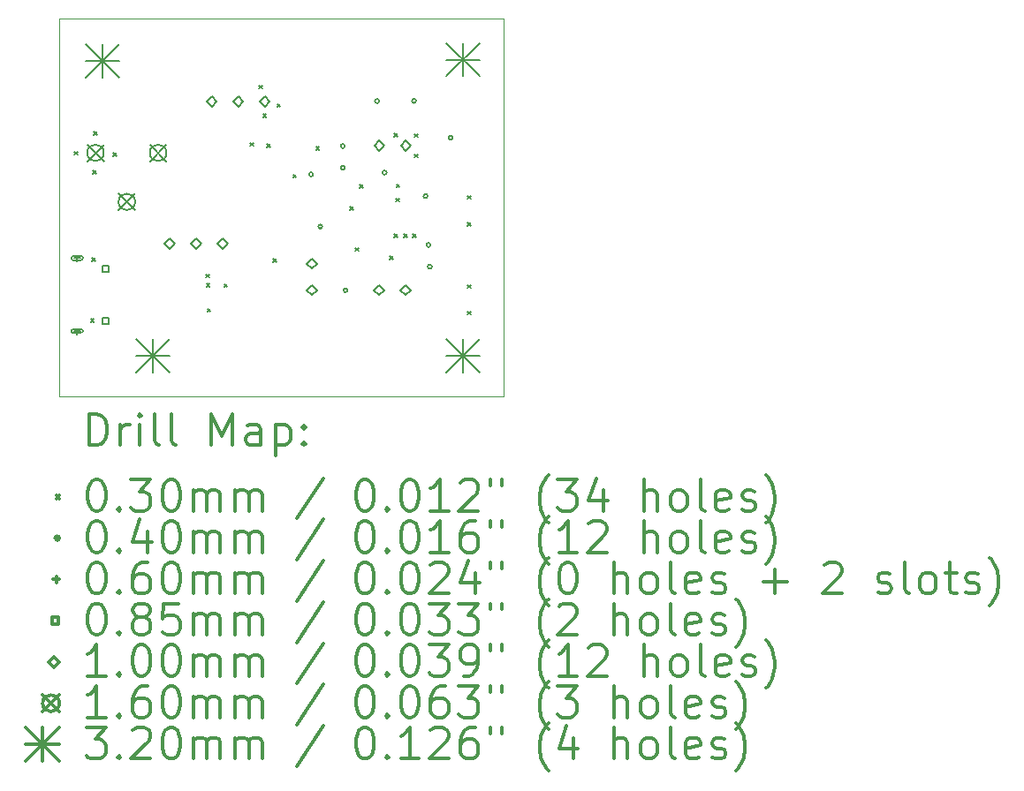
<source format=gbr>
%FSLAX45Y45*%
G04 Gerber Fmt 4.5, Leading zero omitted, Abs format (unit mm)*
G04 Created by KiCad (PCBNEW (5.1.7)-1) date 2021-07-31 20:16:46*
%MOMM*%
%LPD*%
G01*
G04 APERTURE LIST*
%TA.AperFunction,Profile*%
%ADD10C,0.050000*%
%TD*%
%ADD11C,0.200000*%
%ADD12C,0.300000*%
G04 APERTURE END LIST*
D10*
X4386000Y-2400000D02*
X4386000Y-6020000D01*
X8642000Y-2400000D02*
X4386000Y-2400000D01*
X8642000Y-6020000D02*
X8642000Y-2400000D01*
X4386000Y-6020000D02*
X8642000Y-6020000D01*
D11*
X4529760Y-3670760D02*
X4560240Y-3701240D01*
X4560240Y-3670760D02*
X4529760Y-3701240D01*
X4684760Y-5277760D02*
X4715240Y-5308240D01*
X4715240Y-5277760D02*
X4684760Y-5308240D01*
X4696760Y-4690760D02*
X4727240Y-4721240D01*
X4727240Y-4690760D02*
X4696760Y-4721240D01*
X4707760Y-3852760D02*
X4738240Y-3883240D01*
X4738240Y-3852760D02*
X4707760Y-3883240D01*
X4714760Y-3479760D02*
X4745240Y-3510240D01*
X4745240Y-3479760D02*
X4714760Y-3510240D01*
X4900760Y-3682760D02*
X4931240Y-3713240D01*
X4931240Y-3682760D02*
X4900760Y-3713240D01*
X5790760Y-4847760D02*
X5821240Y-4878240D01*
X5821240Y-4847760D02*
X5790760Y-4878240D01*
X5793760Y-4935760D02*
X5824240Y-4966240D01*
X5824240Y-4935760D02*
X5793760Y-4966240D01*
X5802760Y-5177760D02*
X5833240Y-5208240D01*
X5833240Y-5177760D02*
X5802760Y-5208240D01*
X5963760Y-4941760D02*
X5994240Y-4972240D01*
X5994240Y-4941760D02*
X5963760Y-4972240D01*
X6210760Y-3586760D02*
X6241240Y-3617240D01*
X6241240Y-3586760D02*
X6210760Y-3617240D01*
X6295760Y-3037760D02*
X6326240Y-3068240D01*
X6326240Y-3037760D02*
X6295760Y-3068240D01*
X6334760Y-3313760D02*
X6365240Y-3344240D01*
X6365240Y-3313760D02*
X6334760Y-3344240D01*
X6370760Y-3597760D02*
X6401240Y-3628240D01*
X6401240Y-3597760D02*
X6370760Y-3628240D01*
X6431760Y-4699760D02*
X6462240Y-4730240D01*
X6462240Y-4699760D02*
X6431760Y-4730240D01*
X6471760Y-3215760D02*
X6502240Y-3246240D01*
X6502240Y-3215760D02*
X6471760Y-3246240D01*
X6621760Y-3891760D02*
X6652240Y-3922240D01*
X6652240Y-3891760D02*
X6621760Y-3922240D01*
X6842760Y-3622760D02*
X6873240Y-3653240D01*
X6873240Y-3622760D02*
X6842760Y-3653240D01*
X7170760Y-4201760D02*
X7201240Y-4232240D01*
X7201240Y-4201760D02*
X7170760Y-4232240D01*
X7220760Y-4593760D02*
X7251240Y-4624240D01*
X7251240Y-4593760D02*
X7220760Y-4624240D01*
X7259760Y-3988760D02*
X7290240Y-4019240D01*
X7290240Y-3988760D02*
X7259760Y-4019240D01*
X7547760Y-4672760D02*
X7578240Y-4703240D01*
X7578240Y-4672760D02*
X7547760Y-4703240D01*
X7594760Y-3500760D02*
X7625240Y-3531240D01*
X7625240Y-3500760D02*
X7594760Y-3531240D01*
X7594760Y-4461760D02*
X7625240Y-4492240D01*
X7625240Y-4461760D02*
X7594760Y-4492240D01*
X7608760Y-4119760D02*
X7639240Y-4150240D01*
X7639240Y-4119760D02*
X7608760Y-4150240D01*
X7614760Y-3986760D02*
X7645240Y-4017240D01*
X7645240Y-3986760D02*
X7614760Y-4017240D01*
X7684760Y-4461760D02*
X7715240Y-4492240D01*
X7715240Y-4461760D02*
X7684760Y-4492240D01*
X7767760Y-4461760D02*
X7798240Y-4492240D01*
X7798240Y-4461760D02*
X7767760Y-4492240D01*
X7786760Y-3698760D02*
X7817240Y-3729240D01*
X7817240Y-3698760D02*
X7786760Y-3729240D01*
X7789760Y-3503760D02*
X7820240Y-3534240D01*
X7820240Y-3503760D02*
X7789760Y-3534240D01*
X8292760Y-5202760D02*
X8323240Y-5233240D01*
X8323240Y-5202760D02*
X8292760Y-5233240D01*
X8294760Y-4948760D02*
X8325240Y-4979240D01*
X8325240Y-4948760D02*
X8294760Y-4979240D01*
X8295760Y-4095760D02*
X8326240Y-4126240D01*
X8326240Y-4095760D02*
X8295760Y-4126240D01*
X8295760Y-4355760D02*
X8326240Y-4386240D01*
X8326240Y-4355760D02*
X8295760Y-4386240D01*
X6816000Y-3890000D02*
G75*
G03*
X6816000Y-3890000I-20000J0D01*
G01*
X6904000Y-4390000D02*
G75*
G03*
X6904000Y-4390000I-20000J0D01*
G01*
X7120000Y-3618000D02*
G75*
G03*
X7120000Y-3618000I-20000J0D01*
G01*
X7120000Y-3829000D02*
G75*
G03*
X7120000Y-3829000I-20000J0D01*
G01*
X7145000Y-5001000D02*
G75*
G03*
X7145000Y-5001000I-20000J0D01*
G01*
X7448000Y-3187000D02*
G75*
G03*
X7448000Y-3187000I-20000J0D01*
G01*
X7520000Y-3874000D02*
G75*
G03*
X7520000Y-3874000I-20000J0D01*
G01*
X7802000Y-3187000D02*
G75*
G03*
X7802000Y-3187000I-20000J0D01*
G01*
X7913000Y-4099000D02*
G75*
G03*
X7913000Y-4099000I-20000J0D01*
G01*
X7940000Y-4567000D02*
G75*
G03*
X7940000Y-4567000I-20000J0D01*
G01*
X7953000Y-4776000D02*
G75*
G03*
X7953000Y-4776000I-20000J0D01*
G01*
X8152000Y-3538000D02*
G75*
G03*
X8152000Y-3538000I-20000J0D01*
G01*
X4554250Y-4664000D02*
X4554250Y-4724000D01*
X4524250Y-4694000D02*
X4584250Y-4694000D01*
X4519250Y-4714000D02*
X4589250Y-4714000D01*
X4519250Y-4674000D02*
X4589250Y-4674000D01*
X4589250Y-4714000D02*
G75*
G03*
X4589250Y-4674000I0J20000D01*
G01*
X4519250Y-4674000D02*
G75*
G03*
X4519250Y-4714000I0J-20000D01*
G01*
X4554250Y-5364000D02*
X4554250Y-5424000D01*
X4524250Y-5394000D02*
X4584250Y-5394000D01*
X4589250Y-5374000D02*
X4519250Y-5374000D01*
X4589250Y-5414000D02*
X4519250Y-5414000D01*
X4519250Y-5374000D02*
G75*
G03*
X4519250Y-5414000I0J-20000D01*
G01*
X4589250Y-5414000D02*
G75*
G03*
X4589250Y-5374000I0J20000D01*
G01*
X4854302Y-4824052D02*
X4854302Y-4763948D01*
X4794198Y-4763948D01*
X4794198Y-4824052D01*
X4854302Y-4824052D01*
X4854302Y-5324052D02*
X4854302Y-5263948D01*
X4794198Y-5263948D01*
X4794198Y-5324052D01*
X4854302Y-5324052D01*
X7446000Y-5050000D02*
X7496000Y-5000000D01*
X7446000Y-4950000D01*
X7396000Y-5000000D01*
X7446000Y-5050000D01*
X7700000Y-5050000D02*
X7750000Y-5000000D01*
X7700000Y-4950000D01*
X7650000Y-5000000D01*
X7700000Y-5050000D01*
X6800000Y-4796000D02*
X6850000Y-4746000D01*
X6800000Y-4696000D01*
X6750000Y-4746000D01*
X6800000Y-4796000D01*
X6800000Y-5050000D02*
X6850000Y-5000000D01*
X6800000Y-4950000D01*
X6750000Y-5000000D01*
X6800000Y-5050000D01*
X5843000Y-3242000D02*
X5893000Y-3192000D01*
X5843000Y-3142000D01*
X5793000Y-3192000D01*
X5843000Y-3242000D01*
X6097000Y-3242000D02*
X6147000Y-3192000D01*
X6097000Y-3142000D01*
X6047000Y-3192000D01*
X6097000Y-3242000D01*
X6351000Y-3242000D02*
X6401000Y-3192000D01*
X6351000Y-3142000D01*
X6301000Y-3192000D01*
X6351000Y-3242000D01*
X5437000Y-4606000D02*
X5487000Y-4556000D01*
X5437000Y-4506000D01*
X5387000Y-4556000D01*
X5437000Y-4606000D01*
X5691000Y-4606000D02*
X5741000Y-4556000D01*
X5691000Y-4506000D01*
X5641000Y-4556000D01*
X5691000Y-4606000D01*
X5945000Y-4606000D02*
X5995000Y-4556000D01*
X5945000Y-4506000D01*
X5895000Y-4556000D01*
X5945000Y-4606000D01*
X7451000Y-3665000D02*
X7501000Y-3615000D01*
X7451000Y-3565000D01*
X7401000Y-3615000D01*
X7451000Y-3665000D01*
X7705000Y-3665000D02*
X7755000Y-3615000D01*
X7705000Y-3565000D01*
X7655000Y-3615000D01*
X7705000Y-3665000D01*
X4650000Y-3604000D02*
X4810000Y-3764000D01*
X4810000Y-3604000D02*
X4650000Y-3764000D01*
X4810000Y-3684000D02*
G75*
G03*
X4810000Y-3684000I-80000J0D01*
G01*
X4950000Y-4074000D02*
X5110000Y-4234000D01*
X5110000Y-4074000D02*
X4950000Y-4234000D01*
X5110000Y-4154000D02*
G75*
G03*
X5110000Y-4154000I-80000J0D01*
G01*
X5250000Y-3604000D02*
X5410000Y-3764000D01*
X5410000Y-3604000D02*
X5250000Y-3764000D01*
X5410000Y-3684000D02*
G75*
G03*
X5410000Y-3684000I-80000J0D01*
G01*
X5120000Y-5470000D02*
X5440000Y-5790000D01*
X5440000Y-5470000D02*
X5120000Y-5790000D01*
X5280000Y-5470000D02*
X5280000Y-5790000D01*
X5120000Y-5630000D02*
X5440000Y-5630000D01*
X4640000Y-2640000D02*
X4960000Y-2960000D01*
X4960000Y-2640000D02*
X4640000Y-2960000D01*
X4800000Y-2640000D02*
X4800000Y-2960000D01*
X4640000Y-2800000D02*
X4960000Y-2800000D01*
X8090000Y-2630000D02*
X8410000Y-2950000D01*
X8410000Y-2630000D02*
X8090000Y-2950000D01*
X8250000Y-2630000D02*
X8250000Y-2950000D01*
X8090000Y-2790000D02*
X8410000Y-2790000D01*
X8090000Y-5470000D02*
X8410000Y-5790000D01*
X8410000Y-5470000D02*
X8090000Y-5790000D01*
X8250000Y-5470000D02*
X8250000Y-5790000D01*
X8090000Y-5630000D02*
X8410000Y-5630000D01*
D12*
X4669928Y-6488214D02*
X4669928Y-6188214D01*
X4741357Y-6188214D01*
X4784214Y-6202500D01*
X4812786Y-6231071D01*
X4827071Y-6259643D01*
X4841357Y-6316786D01*
X4841357Y-6359643D01*
X4827071Y-6416786D01*
X4812786Y-6445357D01*
X4784214Y-6473929D01*
X4741357Y-6488214D01*
X4669928Y-6488214D01*
X4969928Y-6488214D02*
X4969928Y-6288214D01*
X4969928Y-6345357D02*
X4984214Y-6316786D01*
X4998500Y-6302500D01*
X5027071Y-6288214D01*
X5055643Y-6288214D01*
X5155643Y-6488214D02*
X5155643Y-6288214D01*
X5155643Y-6188214D02*
X5141357Y-6202500D01*
X5155643Y-6216786D01*
X5169928Y-6202500D01*
X5155643Y-6188214D01*
X5155643Y-6216786D01*
X5341357Y-6488214D02*
X5312786Y-6473929D01*
X5298500Y-6445357D01*
X5298500Y-6188214D01*
X5498500Y-6488214D02*
X5469928Y-6473929D01*
X5455643Y-6445357D01*
X5455643Y-6188214D01*
X5841357Y-6488214D02*
X5841357Y-6188214D01*
X5941357Y-6402500D01*
X6041357Y-6188214D01*
X6041357Y-6488214D01*
X6312786Y-6488214D02*
X6312786Y-6331071D01*
X6298500Y-6302500D01*
X6269928Y-6288214D01*
X6212786Y-6288214D01*
X6184214Y-6302500D01*
X6312786Y-6473929D02*
X6284214Y-6488214D01*
X6212786Y-6488214D01*
X6184214Y-6473929D01*
X6169928Y-6445357D01*
X6169928Y-6416786D01*
X6184214Y-6388214D01*
X6212786Y-6373929D01*
X6284214Y-6373929D01*
X6312786Y-6359643D01*
X6455643Y-6288214D02*
X6455643Y-6588214D01*
X6455643Y-6302500D02*
X6484214Y-6288214D01*
X6541357Y-6288214D01*
X6569928Y-6302500D01*
X6584214Y-6316786D01*
X6598500Y-6345357D01*
X6598500Y-6431071D01*
X6584214Y-6459643D01*
X6569928Y-6473929D01*
X6541357Y-6488214D01*
X6484214Y-6488214D01*
X6455643Y-6473929D01*
X6727071Y-6459643D02*
X6741357Y-6473929D01*
X6727071Y-6488214D01*
X6712786Y-6473929D01*
X6727071Y-6459643D01*
X6727071Y-6488214D01*
X6727071Y-6302500D02*
X6741357Y-6316786D01*
X6727071Y-6331071D01*
X6712786Y-6316786D01*
X6727071Y-6302500D01*
X6727071Y-6331071D01*
X4353020Y-6967260D02*
X4383500Y-6997740D01*
X4383500Y-6967260D02*
X4353020Y-6997740D01*
X4727071Y-6818214D02*
X4755643Y-6818214D01*
X4784214Y-6832500D01*
X4798500Y-6846786D01*
X4812786Y-6875357D01*
X4827071Y-6932500D01*
X4827071Y-7003929D01*
X4812786Y-7061071D01*
X4798500Y-7089643D01*
X4784214Y-7103929D01*
X4755643Y-7118214D01*
X4727071Y-7118214D01*
X4698500Y-7103929D01*
X4684214Y-7089643D01*
X4669928Y-7061071D01*
X4655643Y-7003929D01*
X4655643Y-6932500D01*
X4669928Y-6875357D01*
X4684214Y-6846786D01*
X4698500Y-6832500D01*
X4727071Y-6818214D01*
X4955643Y-7089643D02*
X4969928Y-7103929D01*
X4955643Y-7118214D01*
X4941357Y-7103929D01*
X4955643Y-7089643D01*
X4955643Y-7118214D01*
X5069928Y-6818214D02*
X5255643Y-6818214D01*
X5155643Y-6932500D01*
X5198500Y-6932500D01*
X5227071Y-6946786D01*
X5241357Y-6961071D01*
X5255643Y-6989643D01*
X5255643Y-7061071D01*
X5241357Y-7089643D01*
X5227071Y-7103929D01*
X5198500Y-7118214D01*
X5112786Y-7118214D01*
X5084214Y-7103929D01*
X5069928Y-7089643D01*
X5441357Y-6818214D02*
X5469928Y-6818214D01*
X5498500Y-6832500D01*
X5512786Y-6846786D01*
X5527071Y-6875357D01*
X5541357Y-6932500D01*
X5541357Y-7003929D01*
X5527071Y-7061071D01*
X5512786Y-7089643D01*
X5498500Y-7103929D01*
X5469928Y-7118214D01*
X5441357Y-7118214D01*
X5412786Y-7103929D01*
X5398500Y-7089643D01*
X5384214Y-7061071D01*
X5369928Y-7003929D01*
X5369928Y-6932500D01*
X5384214Y-6875357D01*
X5398500Y-6846786D01*
X5412786Y-6832500D01*
X5441357Y-6818214D01*
X5669928Y-7118214D02*
X5669928Y-6918214D01*
X5669928Y-6946786D02*
X5684214Y-6932500D01*
X5712786Y-6918214D01*
X5755643Y-6918214D01*
X5784214Y-6932500D01*
X5798500Y-6961071D01*
X5798500Y-7118214D01*
X5798500Y-6961071D02*
X5812786Y-6932500D01*
X5841357Y-6918214D01*
X5884214Y-6918214D01*
X5912786Y-6932500D01*
X5927071Y-6961071D01*
X5927071Y-7118214D01*
X6069928Y-7118214D02*
X6069928Y-6918214D01*
X6069928Y-6946786D02*
X6084214Y-6932500D01*
X6112786Y-6918214D01*
X6155643Y-6918214D01*
X6184214Y-6932500D01*
X6198500Y-6961071D01*
X6198500Y-7118214D01*
X6198500Y-6961071D02*
X6212786Y-6932500D01*
X6241357Y-6918214D01*
X6284214Y-6918214D01*
X6312786Y-6932500D01*
X6327071Y-6961071D01*
X6327071Y-7118214D01*
X6912786Y-6803929D02*
X6655643Y-7189643D01*
X7298500Y-6818214D02*
X7327071Y-6818214D01*
X7355643Y-6832500D01*
X7369928Y-6846786D01*
X7384214Y-6875357D01*
X7398500Y-6932500D01*
X7398500Y-7003929D01*
X7384214Y-7061071D01*
X7369928Y-7089643D01*
X7355643Y-7103929D01*
X7327071Y-7118214D01*
X7298500Y-7118214D01*
X7269928Y-7103929D01*
X7255643Y-7089643D01*
X7241357Y-7061071D01*
X7227071Y-7003929D01*
X7227071Y-6932500D01*
X7241357Y-6875357D01*
X7255643Y-6846786D01*
X7269928Y-6832500D01*
X7298500Y-6818214D01*
X7527071Y-7089643D02*
X7541357Y-7103929D01*
X7527071Y-7118214D01*
X7512786Y-7103929D01*
X7527071Y-7089643D01*
X7527071Y-7118214D01*
X7727071Y-6818214D02*
X7755643Y-6818214D01*
X7784214Y-6832500D01*
X7798500Y-6846786D01*
X7812786Y-6875357D01*
X7827071Y-6932500D01*
X7827071Y-7003929D01*
X7812786Y-7061071D01*
X7798500Y-7089643D01*
X7784214Y-7103929D01*
X7755643Y-7118214D01*
X7727071Y-7118214D01*
X7698500Y-7103929D01*
X7684214Y-7089643D01*
X7669928Y-7061071D01*
X7655643Y-7003929D01*
X7655643Y-6932500D01*
X7669928Y-6875357D01*
X7684214Y-6846786D01*
X7698500Y-6832500D01*
X7727071Y-6818214D01*
X8112786Y-7118214D02*
X7941357Y-7118214D01*
X8027071Y-7118214D02*
X8027071Y-6818214D01*
X7998500Y-6861071D01*
X7969928Y-6889643D01*
X7941357Y-6903929D01*
X8227071Y-6846786D02*
X8241357Y-6832500D01*
X8269928Y-6818214D01*
X8341357Y-6818214D01*
X8369928Y-6832500D01*
X8384214Y-6846786D01*
X8398500Y-6875357D01*
X8398500Y-6903929D01*
X8384214Y-6946786D01*
X8212786Y-7118214D01*
X8398500Y-7118214D01*
X8512786Y-6818214D02*
X8512786Y-6875357D01*
X8627071Y-6818214D02*
X8627071Y-6875357D01*
X9069928Y-7232500D02*
X9055643Y-7218214D01*
X9027071Y-7175357D01*
X9012786Y-7146786D01*
X8998500Y-7103929D01*
X8984214Y-7032500D01*
X8984214Y-6975357D01*
X8998500Y-6903929D01*
X9012786Y-6861071D01*
X9027071Y-6832500D01*
X9055643Y-6789643D01*
X9069928Y-6775357D01*
X9155643Y-6818214D02*
X9341357Y-6818214D01*
X9241357Y-6932500D01*
X9284214Y-6932500D01*
X9312786Y-6946786D01*
X9327071Y-6961071D01*
X9341357Y-6989643D01*
X9341357Y-7061071D01*
X9327071Y-7089643D01*
X9312786Y-7103929D01*
X9284214Y-7118214D01*
X9198500Y-7118214D01*
X9169928Y-7103929D01*
X9155643Y-7089643D01*
X9598500Y-6918214D02*
X9598500Y-7118214D01*
X9527071Y-6803929D02*
X9455643Y-7018214D01*
X9641357Y-7018214D01*
X9984214Y-7118214D02*
X9984214Y-6818214D01*
X10112786Y-7118214D02*
X10112786Y-6961071D01*
X10098500Y-6932500D01*
X10069928Y-6918214D01*
X10027071Y-6918214D01*
X9998500Y-6932500D01*
X9984214Y-6946786D01*
X10298500Y-7118214D02*
X10269928Y-7103929D01*
X10255643Y-7089643D01*
X10241357Y-7061071D01*
X10241357Y-6975357D01*
X10255643Y-6946786D01*
X10269928Y-6932500D01*
X10298500Y-6918214D01*
X10341357Y-6918214D01*
X10369928Y-6932500D01*
X10384214Y-6946786D01*
X10398500Y-6975357D01*
X10398500Y-7061071D01*
X10384214Y-7089643D01*
X10369928Y-7103929D01*
X10341357Y-7118214D01*
X10298500Y-7118214D01*
X10569928Y-7118214D02*
X10541357Y-7103929D01*
X10527071Y-7075357D01*
X10527071Y-6818214D01*
X10798500Y-7103929D02*
X10769928Y-7118214D01*
X10712786Y-7118214D01*
X10684214Y-7103929D01*
X10669928Y-7075357D01*
X10669928Y-6961071D01*
X10684214Y-6932500D01*
X10712786Y-6918214D01*
X10769928Y-6918214D01*
X10798500Y-6932500D01*
X10812786Y-6961071D01*
X10812786Y-6989643D01*
X10669928Y-7018214D01*
X10927071Y-7103929D02*
X10955643Y-7118214D01*
X11012786Y-7118214D01*
X11041357Y-7103929D01*
X11055643Y-7075357D01*
X11055643Y-7061071D01*
X11041357Y-7032500D01*
X11012786Y-7018214D01*
X10969928Y-7018214D01*
X10941357Y-7003929D01*
X10927071Y-6975357D01*
X10927071Y-6961071D01*
X10941357Y-6932500D01*
X10969928Y-6918214D01*
X11012786Y-6918214D01*
X11041357Y-6932500D01*
X11155643Y-7232500D02*
X11169928Y-7218214D01*
X11198500Y-7175357D01*
X11212786Y-7146786D01*
X11227071Y-7103929D01*
X11241357Y-7032500D01*
X11241357Y-6975357D01*
X11227071Y-6903929D01*
X11212786Y-6861071D01*
X11198500Y-6832500D01*
X11169928Y-6789643D01*
X11155643Y-6775357D01*
X4383500Y-7378500D02*
G75*
G03*
X4383500Y-7378500I-20000J0D01*
G01*
X4727071Y-7214214D02*
X4755643Y-7214214D01*
X4784214Y-7228500D01*
X4798500Y-7242786D01*
X4812786Y-7271357D01*
X4827071Y-7328500D01*
X4827071Y-7399929D01*
X4812786Y-7457071D01*
X4798500Y-7485643D01*
X4784214Y-7499929D01*
X4755643Y-7514214D01*
X4727071Y-7514214D01*
X4698500Y-7499929D01*
X4684214Y-7485643D01*
X4669928Y-7457071D01*
X4655643Y-7399929D01*
X4655643Y-7328500D01*
X4669928Y-7271357D01*
X4684214Y-7242786D01*
X4698500Y-7228500D01*
X4727071Y-7214214D01*
X4955643Y-7485643D02*
X4969928Y-7499929D01*
X4955643Y-7514214D01*
X4941357Y-7499929D01*
X4955643Y-7485643D01*
X4955643Y-7514214D01*
X5227071Y-7314214D02*
X5227071Y-7514214D01*
X5155643Y-7199929D02*
X5084214Y-7414214D01*
X5269928Y-7414214D01*
X5441357Y-7214214D02*
X5469928Y-7214214D01*
X5498500Y-7228500D01*
X5512786Y-7242786D01*
X5527071Y-7271357D01*
X5541357Y-7328500D01*
X5541357Y-7399929D01*
X5527071Y-7457071D01*
X5512786Y-7485643D01*
X5498500Y-7499929D01*
X5469928Y-7514214D01*
X5441357Y-7514214D01*
X5412786Y-7499929D01*
X5398500Y-7485643D01*
X5384214Y-7457071D01*
X5369928Y-7399929D01*
X5369928Y-7328500D01*
X5384214Y-7271357D01*
X5398500Y-7242786D01*
X5412786Y-7228500D01*
X5441357Y-7214214D01*
X5669928Y-7514214D02*
X5669928Y-7314214D01*
X5669928Y-7342786D02*
X5684214Y-7328500D01*
X5712786Y-7314214D01*
X5755643Y-7314214D01*
X5784214Y-7328500D01*
X5798500Y-7357071D01*
X5798500Y-7514214D01*
X5798500Y-7357071D02*
X5812786Y-7328500D01*
X5841357Y-7314214D01*
X5884214Y-7314214D01*
X5912786Y-7328500D01*
X5927071Y-7357071D01*
X5927071Y-7514214D01*
X6069928Y-7514214D02*
X6069928Y-7314214D01*
X6069928Y-7342786D02*
X6084214Y-7328500D01*
X6112786Y-7314214D01*
X6155643Y-7314214D01*
X6184214Y-7328500D01*
X6198500Y-7357071D01*
X6198500Y-7514214D01*
X6198500Y-7357071D02*
X6212786Y-7328500D01*
X6241357Y-7314214D01*
X6284214Y-7314214D01*
X6312786Y-7328500D01*
X6327071Y-7357071D01*
X6327071Y-7514214D01*
X6912786Y-7199929D02*
X6655643Y-7585643D01*
X7298500Y-7214214D02*
X7327071Y-7214214D01*
X7355643Y-7228500D01*
X7369928Y-7242786D01*
X7384214Y-7271357D01*
X7398500Y-7328500D01*
X7398500Y-7399929D01*
X7384214Y-7457071D01*
X7369928Y-7485643D01*
X7355643Y-7499929D01*
X7327071Y-7514214D01*
X7298500Y-7514214D01*
X7269928Y-7499929D01*
X7255643Y-7485643D01*
X7241357Y-7457071D01*
X7227071Y-7399929D01*
X7227071Y-7328500D01*
X7241357Y-7271357D01*
X7255643Y-7242786D01*
X7269928Y-7228500D01*
X7298500Y-7214214D01*
X7527071Y-7485643D02*
X7541357Y-7499929D01*
X7527071Y-7514214D01*
X7512786Y-7499929D01*
X7527071Y-7485643D01*
X7527071Y-7514214D01*
X7727071Y-7214214D02*
X7755643Y-7214214D01*
X7784214Y-7228500D01*
X7798500Y-7242786D01*
X7812786Y-7271357D01*
X7827071Y-7328500D01*
X7827071Y-7399929D01*
X7812786Y-7457071D01*
X7798500Y-7485643D01*
X7784214Y-7499929D01*
X7755643Y-7514214D01*
X7727071Y-7514214D01*
X7698500Y-7499929D01*
X7684214Y-7485643D01*
X7669928Y-7457071D01*
X7655643Y-7399929D01*
X7655643Y-7328500D01*
X7669928Y-7271357D01*
X7684214Y-7242786D01*
X7698500Y-7228500D01*
X7727071Y-7214214D01*
X8112786Y-7514214D02*
X7941357Y-7514214D01*
X8027071Y-7514214D02*
X8027071Y-7214214D01*
X7998500Y-7257071D01*
X7969928Y-7285643D01*
X7941357Y-7299929D01*
X8369928Y-7214214D02*
X8312786Y-7214214D01*
X8284214Y-7228500D01*
X8269928Y-7242786D01*
X8241357Y-7285643D01*
X8227071Y-7342786D01*
X8227071Y-7457071D01*
X8241357Y-7485643D01*
X8255643Y-7499929D01*
X8284214Y-7514214D01*
X8341357Y-7514214D01*
X8369928Y-7499929D01*
X8384214Y-7485643D01*
X8398500Y-7457071D01*
X8398500Y-7385643D01*
X8384214Y-7357071D01*
X8369928Y-7342786D01*
X8341357Y-7328500D01*
X8284214Y-7328500D01*
X8255643Y-7342786D01*
X8241357Y-7357071D01*
X8227071Y-7385643D01*
X8512786Y-7214214D02*
X8512786Y-7271357D01*
X8627071Y-7214214D02*
X8627071Y-7271357D01*
X9069928Y-7628500D02*
X9055643Y-7614214D01*
X9027071Y-7571357D01*
X9012786Y-7542786D01*
X8998500Y-7499929D01*
X8984214Y-7428500D01*
X8984214Y-7371357D01*
X8998500Y-7299929D01*
X9012786Y-7257071D01*
X9027071Y-7228500D01*
X9055643Y-7185643D01*
X9069928Y-7171357D01*
X9341357Y-7514214D02*
X9169928Y-7514214D01*
X9255643Y-7514214D02*
X9255643Y-7214214D01*
X9227071Y-7257071D01*
X9198500Y-7285643D01*
X9169928Y-7299929D01*
X9455643Y-7242786D02*
X9469928Y-7228500D01*
X9498500Y-7214214D01*
X9569928Y-7214214D01*
X9598500Y-7228500D01*
X9612786Y-7242786D01*
X9627071Y-7271357D01*
X9627071Y-7299929D01*
X9612786Y-7342786D01*
X9441357Y-7514214D01*
X9627071Y-7514214D01*
X9984214Y-7514214D02*
X9984214Y-7214214D01*
X10112786Y-7514214D02*
X10112786Y-7357071D01*
X10098500Y-7328500D01*
X10069928Y-7314214D01*
X10027071Y-7314214D01*
X9998500Y-7328500D01*
X9984214Y-7342786D01*
X10298500Y-7514214D02*
X10269928Y-7499929D01*
X10255643Y-7485643D01*
X10241357Y-7457071D01*
X10241357Y-7371357D01*
X10255643Y-7342786D01*
X10269928Y-7328500D01*
X10298500Y-7314214D01*
X10341357Y-7314214D01*
X10369928Y-7328500D01*
X10384214Y-7342786D01*
X10398500Y-7371357D01*
X10398500Y-7457071D01*
X10384214Y-7485643D01*
X10369928Y-7499929D01*
X10341357Y-7514214D01*
X10298500Y-7514214D01*
X10569928Y-7514214D02*
X10541357Y-7499929D01*
X10527071Y-7471357D01*
X10527071Y-7214214D01*
X10798500Y-7499929D02*
X10769928Y-7514214D01*
X10712786Y-7514214D01*
X10684214Y-7499929D01*
X10669928Y-7471357D01*
X10669928Y-7357071D01*
X10684214Y-7328500D01*
X10712786Y-7314214D01*
X10769928Y-7314214D01*
X10798500Y-7328500D01*
X10812786Y-7357071D01*
X10812786Y-7385643D01*
X10669928Y-7414214D01*
X10927071Y-7499929D02*
X10955643Y-7514214D01*
X11012786Y-7514214D01*
X11041357Y-7499929D01*
X11055643Y-7471357D01*
X11055643Y-7457071D01*
X11041357Y-7428500D01*
X11012786Y-7414214D01*
X10969928Y-7414214D01*
X10941357Y-7399929D01*
X10927071Y-7371357D01*
X10927071Y-7357071D01*
X10941357Y-7328500D01*
X10969928Y-7314214D01*
X11012786Y-7314214D01*
X11041357Y-7328500D01*
X11155643Y-7628500D02*
X11169928Y-7614214D01*
X11198500Y-7571357D01*
X11212786Y-7542786D01*
X11227071Y-7499929D01*
X11241357Y-7428500D01*
X11241357Y-7371357D01*
X11227071Y-7299929D01*
X11212786Y-7257071D01*
X11198500Y-7228500D01*
X11169928Y-7185643D01*
X11155643Y-7171357D01*
X4353500Y-7744500D02*
X4353500Y-7804500D01*
X4323500Y-7774500D02*
X4383500Y-7774500D01*
X4727071Y-7610214D02*
X4755643Y-7610214D01*
X4784214Y-7624500D01*
X4798500Y-7638786D01*
X4812786Y-7667357D01*
X4827071Y-7724500D01*
X4827071Y-7795929D01*
X4812786Y-7853071D01*
X4798500Y-7881643D01*
X4784214Y-7895929D01*
X4755643Y-7910214D01*
X4727071Y-7910214D01*
X4698500Y-7895929D01*
X4684214Y-7881643D01*
X4669928Y-7853071D01*
X4655643Y-7795929D01*
X4655643Y-7724500D01*
X4669928Y-7667357D01*
X4684214Y-7638786D01*
X4698500Y-7624500D01*
X4727071Y-7610214D01*
X4955643Y-7881643D02*
X4969928Y-7895929D01*
X4955643Y-7910214D01*
X4941357Y-7895929D01*
X4955643Y-7881643D01*
X4955643Y-7910214D01*
X5227071Y-7610214D02*
X5169928Y-7610214D01*
X5141357Y-7624500D01*
X5127071Y-7638786D01*
X5098500Y-7681643D01*
X5084214Y-7738786D01*
X5084214Y-7853071D01*
X5098500Y-7881643D01*
X5112786Y-7895929D01*
X5141357Y-7910214D01*
X5198500Y-7910214D01*
X5227071Y-7895929D01*
X5241357Y-7881643D01*
X5255643Y-7853071D01*
X5255643Y-7781643D01*
X5241357Y-7753071D01*
X5227071Y-7738786D01*
X5198500Y-7724500D01*
X5141357Y-7724500D01*
X5112786Y-7738786D01*
X5098500Y-7753071D01*
X5084214Y-7781643D01*
X5441357Y-7610214D02*
X5469928Y-7610214D01*
X5498500Y-7624500D01*
X5512786Y-7638786D01*
X5527071Y-7667357D01*
X5541357Y-7724500D01*
X5541357Y-7795929D01*
X5527071Y-7853071D01*
X5512786Y-7881643D01*
X5498500Y-7895929D01*
X5469928Y-7910214D01*
X5441357Y-7910214D01*
X5412786Y-7895929D01*
X5398500Y-7881643D01*
X5384214Y-7853071D01*
X5369928Y-7795929D01*
X5369928Y-7724500D01*
X5384214Y-7667357D01*
X5398500Y-7638786D01*
X5412786Y-7624500D01*
X5441357Y-7610214D01*
X5669928Y-7910214D02*
X5669928Y-7710214D01*
X5669928Y-7738786D02*
X5684214Y-7724500D01*
X5712786Y-7710214D01*
X5755643Y-7710214D01*
X5784214Y-7724500D01*
X5798500Y-7753071D01*
X5798500Y-7910214D01*
X5798500Y-7753071D02*
X5812786Y-7724500D01*
X5841357Y-7710214D01*
X5884214Y-7710214D01*
X5912786Y-7724500D01*
X5927071Y-7753071D01*
X5927071Y-7910214D01*
X6069928Y-7910214D02*
X6069928Y-7710214D01*
X6069928Y-7738786D02*
X6084214Y-7724500D01*
X6112786Y-7710214D01*
X6155643Y-7710214D01*
X6184214Y-7724500D01*
X6198500Y-7753071D01*
X6198500Y-7910214D01*
X6198500Y-7753071D02*
X6212786Y-7724500D01*
X6241357Y-7710214D01*
X6284214Y-7710214D01*
X6312786Y-7724500D01*
X6327071Y-7753071D01*
X6327071Y-7910214D01*
X6912786Y-7595929D02*
X6655643Y-7981643D01*
X7298500Y-7610214D02*
X7327071Y-7610214D01*
X7355643Y-7624500D01*
X7369928Y-7638786D01*
X7384214Y-7667357D01*
X7398500Y-7724500D01*
X7398500Y-7795929D01*
X7384214Y-7853071D01*
X7369928Y-7881643D01*
X7355643Y-7895929D01*
X7327071Y-7910214D01*
X7298500Y-7910214D01*
X7269928Y-7895929D01*
X7255643Y-7881643D01*
X7241357Y-7853071D01*
X7227071Y-7795929D01*
X7227071Y-7724500D01*
X7241357Y-7667357D01*
X7255643Y-7638786D01*
X7269928Y-7624500D01*
X7298500Y-7610214D01*
X7527071Y-7881643D02*
X7541357Y-7895929D01*
X7527071Y-7910214D01*
X7512786Y-7895929D01*
X7527071Y-7881643D01*
X7527071Y-7910214D01*
X7727071Y-7610214D02*
X7755643Y-7610214D01*
X7784214Y-7624500D01*
X7798500Y-7638786D01*
X7812786Y-7667357D01*
X7827071Y-7724500D01*
X7827071Y-7795929D01*
X7812786Y-7853071D01*
X7798500Y-7881643D01*
X7784214Y-7895929D01*
X7755643Y-7910214D01*
X7727071Y-7910214D01*
X7698500Y-7895929D01*
X7684214Y-7881643D01*
X7669928Y-7853071D01*
X7655643Y-7795929D01*
X7655643Y-7724500D01*
X7669928Y-7667357D01*
X7684214Y-7638786D01*
X7698500Y-7624500D01*
X7727071Y-7610214D01*
X7941357Y-7638786D02*
X7955643Y-7624500D01*
X7984214Y-7610214D01*
X8055643Y-7610214D01*
X8084214Y-7624500D01*
X8098500Y-7638786D01*
X8112786Y-7667357D01*
X8112786Y-7695929D01*
X8098500Y-7738786D01*
X7927071Y-7910214D01*
X8112786Y-7910214D01*
X8369928Y-7710214D02*
X8369928Y-7910214D01*
X8298500Y-7595929D02*
X8227071Y-7810214D01*
X8412786Y-7810214D01*
X8512786Y-7610214D02*
X8512786Y-7667357D01*
X8627071Y-7610214D02*
X8627071Y-7667357D01*
X9069928Y-8024500D02*
X9055643Y-8010214D01*
X9027071Y-7967357D01*
X9012786Y-7938786D01*
X8998500Y-7895929D01*
X8984214Y-7824500D01*
X8984214Y-7767357D01*
X8998500Y-7695929D01*
X9012786Y-7653071D01*
X9027071Y-7624500D01*
X9055643Y-7581643D01*
X9069928Y-7567357D01*
X9241357Y-7610214D02*
X9269928Y-7610214D01*
X9298500Y-7624500D01*
X9312786Y-7638786D01*
X9327071Y-7667357D01*
X9341357Y-7724500D01*
X9341357Y-7795929D01*
X9327071Y-7853071D01*
X9312786Y-7881643D01*
X9298500Y-7895929D01*
X9269928Y-7910214D01*
X9241357Y-7910214D01*
X9212786Y-7895929D01*
X9198500Y-7881643D01*
X9184214Y-7853071D01*
X9169928Y-7795929D01*
X9169928Y-7724500D01*
X9184214Y-7667357D01*
X9198500Y-7638786D01*
X9212786Y-7624500D01*
X9241357Y-7610214D01*
X9698500Y-7910214D02*
X9698500Y-7610214D01*
X9827071Y-7910214D02*
X9827071Y-7753071D01*
X9812786Y-7724500D01*
X9784214Y-7710214D01*
X9741357Y-7710214D01*
X9712786Y-7724500D01*
X9698500Y-7738786D01*
X10012786Y-7910214D02*
X9984214Y-7895929D01*
X9969928Y-7881643D01*
X9955643Y-7853071D01*
X9955643Y-7767357D01*
X9969928Y-7738786D01*
X9984214Y-7724500D01*
X10012786Y-7710214D01*
X10055643Y-7710214D01*
X10084214Y-7724500D01*
X10098500Y-7738786D01*
X10112786Y-7767357D01*
X10112786Y-7853071D01*
X10098500Y-7881643D01*
X10084214Y-7895929D01*
X10055643Y-7910214D01*
X10012786Y-7910214D01*
X10284214Y-7910214D02*
X10255643Y-7895929D01*
X10241357Y-7867357D01*
X10241357Y-7610214D01*
X10512786Y-7895929D02*
X10484214Y-7910214D01*
X10427071Y-7910214D01*
X10398500Y-7895929D01*
X10384214Y-7867357D01*
X10384214Y-7753071D01*
X10398500Y-7724500D01*
X10427071Y-7710214D01*
X10484214Y-7710214D01*
X10512786Y-7724500D01*
X10527071Y-7753071D01*
X10527071Y-7781643D01*
X10384214Y-7810214D01*
X10641357Y-7895929D02*
X10669928Y-7910214D01*
X10727071Y-7910214D01*
X10755643Y-7895929D01*
X10769928Y-7867357D01*
X10769928Y-7853071D01*
X10755643Y-7824500D01*
X10727071Y-7810214D01*
X10684214Y-7810214D01*
X10655643Y-7795929D01*
X10641357Y-7767357D01*
X10641357Y-7753071D01*
X10655643Y-7724500D01*
X10684214Y-7710214D01*
X10727071Y-7710214D01*
X10755643Y-7724500D01*
X11127071Y-7795929D02*
X11355643Y-7795929D01*
X11241357Y-7910214D02*
X11241357Y-7681643D01*
X11712786Y-7638786D02*
X11727071Y-7624500D01*
X11755643Y-7610214D01*
X11827071Y-7610214D01*
X11855643Y-7624500D01*
X11869928Y-7638786D01*
X11884214Y-7667357D01*
X11884214Y-7695929D01*
X11869928Y-7738786D01*
X11698500Y-7910214D01*
X11884214Y-7910214D01*
X12227071Y-7895929D02*
X12255643Y-7910214D01*
X12312786Y-7910214D01*
X12341357Y-7895929D01*
X12355643Y-7867357D01*
X12355643Y-7853071D01*
X12341357Y-7824500D01*
X12312786Y-7810214D01*
X12269928Y-7810214D01*
X12241357Y-7795929D01*
X12227071Y-7767357D01*
X12227071Y-7753071D01*
X12241357Y-7724500D01*
X12269928Y-7710214D01*
X12312786Y-7710214D01*
X12341357Y-7724500D01*
X12527071Y-7910214D02*
X12498500Y-7895929D01*
X12484214Y-7867357D01*
X12484214Y-7610214D01*
X12684214Y-7910214D02*
X12655643Y-7895929D01*
X12641357Y-7881643D01*
X12627071Y-7853071D01*
X12627071Y-7767357D01*
X12641357Y-7738786D01*
X12655643Y-7724500D01*
X12684214Y-7710214D01*
X12727071Y-7710214D01*
X12755643Y-7724500D01*
X12769928Y-7738786D01*
X12784214Y-7767357D01*
X12784214Y-7853071D01*
X12769928Y-7881643D01*
X12755643Y-7895929D01*
X12727071Y-7910214D01*
X12684214Y-7910214D01*
X12869928Y-7710214D02*
X12984214Y-7710214D01*
X12912786Y-7610214D02*
X12912786Y-7867357D01*
X12927071Y-7895929D01*
X12955643Y-7910214D01*
X12984214Y-7910214D01*
X13069928Y-7895929D02*
X13098500Y-7910214D01*
X13155643Y-7910214D01*
X13184214Y-7895929D01*
X13198500Y-7867357D01*
X13198500Y-7853071D01*
X13184214Y-7824500D01*
X13155643Y-7810214D01*
X13112786Y-7810214D01*
X13084214Y-7795929D01*
X13069928Y-7767357D01*
X13069928Y-7753071D01*
X13084214Y-7724500D01*
X13112786Y-7710214D01*
X13155643Y-7710214D01*
X13184214Y-7724500D01*
X13298500Y-8024500D02*
X13312786Y-8010214D01*
X13341357Y-7967357D01*
X13355643Y-7938786D01*
X13369928Y-7895929D01*
X13384214Y-7824500D01*
X13384214Y-7767357D01*
X13369928Y-7695929D01*
X13355643Y-7653071D01*
X13341357Y-7624500D01*
X13312786Y-7581643D01*
X13298500Y-7567357D01*
X4371052Y-8200552D02*
X4371052Y-8140448D01*
X4310948Y-8140448D01*
X4310948Y-8200552D01*
X4371052Y-8200552D01*
X4727071Y-8006214D02*
X4755643Y-8006214D01*
X4784214Y-8020500D01*
X4798500Y-8034786D01*
X4812786Y-8063357D01*
X4827071Y-8120500D01*
X4827071Y-8191929D01*
X4812786Y-8249071D01*
X4798500Y-8277643D01*
X4784214Y-8291929D01*
X4755643Y-8306214D01*
X4727071Y-8306214D01*
X4698500Y-8291929D01*
X4684214Y-8277643D01*
X4669928Y-8249071D01*
X4655643Y-8191929D01*
X4655643Y-8120500D01*
X4669928Y-8063357D01*
X4684214Y-8034786D01*
X4698500Y-8020500D01*
X4727071Y-8006214D01*
X4955643Y-8277643D02*
X4969928Y-8291929D01*
X4955643Y-8306214D01*
X4941357Y-8291929D01*
X4955643Y-8277643D01*
X4955643Y-8306214D01*
X5141357Y-8134786D02*
X5112786Y-8120500D01*
X5098500Y-8106214D01*
X5084214Y-8077643D01*
X5084214Y-8063357D01*
X5098500Y-8034786D01*
X5112786Y-8020500D01*
X5141357Y-8006214D01*
X5198500Y-8006214D01*
X5227071Y-8020500D01*
X5241357Y-8034786D01*
X5255643Y-8063357D01*
X5255643Y-8077643D01*
X5241357Y-8106214D01*
X5227071Y-8120500D01*
X5198500Y-8134786D01*
X5141357Y-8134786D01*
X5112786Y-8149071D01*
X5098500Y-8163357D01*
X5084214Y-8191929D01*
X5084214Y-8249071D01*
X5098500Y-8277643D01*
X5112786Y-8291929D01*
X5141357Y-8306214D01*
X5198500Y-8306214D01*
X5227071Y-8291929D01*
X5241357Y-8277643D01*
X5255643Y-8249071D01*
X5255643Y-8191929D01*
X5241357Y-8163357D01*
X5227071Y-8149071D01*
X5198500Y-8134786D01*
X5527071Y-8006214D02*
X5384214Y-8006214D01*
X5369928Y-8149071D01*
X5384214Y-8134786D01*
X5412786Y-8120500D01*
X5484214Y-8120500D01*
X5512786Y-8134786D01*
X5527071Y-8149071D01*
X5541357Y-8177643D01*
X5541357Y-8249071D01*
X5527071Y-8277643D01*
X5512786Y-8291929D01*
X5484214Y-8306214D01*
X5412786Y-8306214D01*
X5384214Y-8291929D01*
X5369928Y-8277643D01*
X5669928Y-8306214D02*
X5669928Y-8106214D01*
X5669928Y-8134786D02*
X5684214Y-8120500D01*
X5712786Y-8106214D01*
X5755643Y-8106214D01*
X5784214Y-8120500D01*
X5798500Y-8149071D01*
X5798500Y-8306214D01*
X5798500Y-8149071D02*
X5812786Y-8120500D01*
X5841357Y-8106214D01*
X5884214Y-8106214D01*
X5912786Y-8120500D01*
X5927071Y-8149071D01*
X5927071Y-8306214D01*
X6069928Y-8306214D02*
X6069928Y-8106214D01*
X6069928Y-8134786D02*
X6084214Y-8120500D01*
X6112786Y-8106214D01*
X6155643Y-8106214D01*
X6184214Y-8120500D01*
X6198500Y-8149071D01*
X6198500Y-8306214D01*
X6198500Y-8149071D02*
X6212786Y-8120500D01*
X6241357Y-8106214D01*
X6284214Y-8106214D01*
X6312786Y-8120500D01*
X6327071Y-8149071D01*
X6327071Y-8306214D01*
X6912786Y-7991929D02*
X6655643Y-8377643D01*
X7298500Y-8006214D02*
X7327071Y-8006214D01*
X7355643Y-8020500D01*
X7369928Y-8034786D01*
X7384214Y-8063357D01*
X7398500Y-8120500D01*
X7398500Y-8191929D01*
X7384214Y-8249071D01*
X7369928Y-8277643D01*
X7355643Y-8291929D01*
X7327071Y-8306214D01*
X7298500Y-8306214D01*
X7269928Y-8291929D01*
X7255643Y-8277643D01*
X7241357Y-8249071D01*
X7227071Y-8191929D01*
X7227071Y-8120500D01*
X7241357Y-8063357D01*
X7255643Y-8034786D01*
X7269928Y-8020500D01*
X7298500Y-8006214D01*
X7527071Y-8277643D02*
X7541357Y-8291929D01*
X7527071Y-8306214D01*
X7512786Y-8291929D01*
X7527071Y-8277643D01*
X7527071Y-8306214D01*
X7727071Y-8006214D02*
X7755643Y-8006214D01*
X7784214Y-8020500D01*
X7798500Y-8034786D01*
X7812786Y-8063357D01*
X7827071Y-8120500D01*
X7827071Y-8191929D01*
X7812786Y-8249071D01*
X7798500Y-8277643D01*
X7784214Y-8291929D01*
X7755643Y-8306214D01*
X7727071Y-8306214D01*
X7698500Y-8291929D01*
X7684214Y-8277643D01*
X7669928Y-8249071D01*
X7655643Y-8191929D01*
X7655643Y-8120500D01*
X7669928Y-8063357D01*
X7684214Y-8034786D01*
X7698500Y-8020500D01*
X7727071Y-8006214D01*
X7927071Y-8006214D02*
X8112786Y-8006214D01*
X8012786Y-8120500D01*
X8055643Y-8120500D01*
X8084214Y-8134786D01*
X8098500Y-8149071D01*
X8112786Y-8177643D01*
X8112786Y-8249071D01*
X8098500Y-8277643D01*
X8084214Y-8291929D01*
X8055643Y-8306214D01*
X7969928Y-8306214D01*
X7941357Y-8291929D01*
X7927071Y-8277643D01*
X8212786Y-8006214D02*
X8398500Y-8006214D01*
X8298500Y-8120500D01*
X8341357Y-8120500D01*
X8369928Y-8134786D01*
X8384214Y-8149071D01*
X8398500Y-8177643D01*
X8398500Y-8249071D01*
X8384214Y-8277643D01*
X8369928Y-8291929D01*
X8341357Y-8306214D01*
X8255643Y-8306214D01*
X8227071Y-8291929D01*
X8212786Y-8277643D01*
X8512786Y-8006214D02*
X8512786Y-8063357D01*
X8627071Y-8006214D02*
X8627071Y-8063357D01*
X9069928Y-8420500D02*
X9055643Y-8406214D01*
X9027071Y-8363357D01*
X9012786Y-8334786D01*
X8998500Y-8291929D01*
X8984214Y-8220500D01*
X8984214Y-8163357D01*
X8998500Y-8091929D01*
X9012786Y-8049071D01*
X9027071Y-8020500D01*
X9055643Y-7977643D01*
X9069928Y-7963357D01*
X9169928Y-8034786D02*
X9184214Y-8020500D01*
X9212786Y-8006214D01*
X9284214Y-8006214D01*
X9312786Y-8020500D01*
X9327071Y-8034786D01*
X9341357Y-8063357D01*
X9341357Y-8091929D01*
X9327071Y-8134786D01*
X9155643Y-8306214D01*
X9341357Y-8306214D01*
X9698500Y-8306214D02*
X9698500Y-8006214D01*
X9827071Y-8306214D02*
X9827071Y-8149071D01*
X9812786Y-8120500D01*
X9784214Y-8106214D01*
X9741357Y-8106214D01*
X9712786Y-8120500D01*
X9698500Y-8134786D01*
X10012786Y-8306214D02*
X9984214Y-8291929D01*
X9969928Y-8277643D01*
X9955643Y-8249071D01*
X9955643Y-8163357D01*
X9969928Y-8134786D01*
X9984214Y-8120500D01*
X10012786Y-8106214D01*
X10055643Y-8106214D01*
X10084214Y-8120500D01*
X10098500Y-8134786D01*
X10112786Y-8163357D01*
X10112786Y-8249071D01*
X10098500Y-8277643D01*
X10084214Y-8291929D01*
X10055643Y-8306214D01*
X10012786Y-8306214D01*
X10284214Y-8306214D02*
X10255643Y-8291929D01*
X10241357Y-8263357D01*
X10241357Y-8006214D01*
X10512786Y-8291929D02*
X10484214Y-8306214D01*
X10427071Y-8306214D01*
X10398500Y-8291929D01*
X10384214Y-8263357D01*
X10384214Y-8149071D01*
X10398500Y-8120500D01*
X10427071Y-8106214D01*
X10484214Y-8106214D01*
X10512786Y-8120500D01*
X10527071Y-8149071D01*
X10527071Y-8177643D01*
X10384214Y-8206214D01*
X10641357Y-8291929D02*
X10669928Y-8306214D01*
X10727071Y-8306214D01*
X10755643Y-8291929D01*
X10769928Y-8263357D01*
X10769928Y-8249071D01*
X10755643Y-8220500D01*
X10727071Y-8206214D01*
X10684214Y-8206214D01*
X10655643Y-8191929D01*
X10641357Y-8163357D01*
X10641357Y-8149071D01*
X10655643Y-8120500D01*
X10684214Y-8106214D01*
X10727071Y-8106214D01*
X10755643Y-8120500D01*
X10869928Y-8420500D02*
X10884214Y-8406214D01*
X10912786Y-8363357D01*
X10927071Y-8334786D01*
X10941357Y-8291929D01*
X10955643Y-8220500D01*
X10955643Y-8163357D01*
X10941357Y-8091929D01*
X10927071Y-8049071D01*
X10912786Y-8020500D01*
X10884214Y-7977643D01*
X10869928Y-7963357D01*
X4333500Y-8616500D02*
X4383500Y-8566500D01*
X4333500Y-8516500D01*
X4283500Y-8566500D01*
X4333500Y-8616500D01*
X4827071Y-8702214D02*
X4655643Y-8702214D01*
X4741357Y-8702214D02*
X4741357Y-8402214D01*
X4712786Y-8445072D01*
X4684214Y-8473643D01*
X4655643Y-8487929D01*
X4955643Y-8673643D02*
X4969928Y-8687929D01*
X4955643Y-8702214D01*
X4941357Y-8687929D01*
X4955643Y-8673643D01*
X4955643Y-8702214D01*
X5155643Y-8402214D02*
X5184214Y-8402214D01*
X5212786Y-8416500D01*
X5227071Y-8430786D01*
X5241357Y-8459357D01*
X5255643Y-8516500D01*
X5255643Y-8587929D01*
X5241357Y-8645072D01*
X5227071Y-8673643D01*
X5212786Y-8687929D01*
X5184214Y-8702214D01*
X5155643Y-8702214D01*
X5127071Y-8687929D01*
X5112786Y-8673643D01*
X5098500Y-8645072D01*
X5084214Y-8587929D01*
X5084214Y-8516500D01*
X5098500Y-8459357D01*
X5112786Y-8430786D01*
X5127071Y-8416500D01*
X5155643Y-8402214D01*
X5441357Y-8402214D02*
X5469928Y-8402214D01*
X5498500Y-8416500D01*
X5512786Y-8430786D01*
X5527071Y-8459357D01*
X5541357Y-8516500D01*
X5541357Y-8587929D01*
X5527071Y-8645072D01*
X5512786Y-8673643D01*
X5498500Y-8687929D01*
X5469928Y-8702214D01*
X5441357Y-8702214D01*
X5412786Y-8687929D01*
X5398500Y-8673643D01*
X5384214Y-8645072D01*
X5369928Y-8587929D01*
X5369928Y-8516500D01*
X5384214Y-8459357D01*
X5398500Y-8430786D01*
X5412786Y-8416500D01*
X5441357Y-8402214D01*
X5669928Y-8702214D02*
X5669928Y-8502214D01*
X5669928Y-8530786D02*
X5684214Y-8516500D01*
X5712786Y-8502214D01*
X5755643Y-8502214D01*
X5784214Y-8516500D01*
X5798500Y-8545072D01*
X5798500Y-8702214D01*
X5798500Y-8545072D02*
X5812786Y-8516500D01*
X5841357Y-8502214D01*
X5884214Y-8502214D01*
X5912786Y-8516500D01*
X5927071Y-8545072D01*
X5927071Y-8702214D01*
X6069928Y-8702214D02*
X6069928Y-8502214D01*
X6069928Y-8530786D02*
X6084214Y-8516500D01*
X6112786Y-8502214D01*
X6155643Y-8502214D01*
X6184214Y-8516500D01*
X6198500Y-8545072D01*
X6198500Y-8702214D01*
X6198500Y-8545072D02*
X6212786Y-8516500D01*
X6241357Y-8502214D01*
X6284214Y-8502214D01*
X6312786Y-8516500D01*
X6327071Y-8545072D01*
X6327071Y-8702214D01*
X6912786Y-8387929D02*
X6655643Y-8773643D01*
X7298500Y-8402214D02*
X7327071Y-8402214D01*
X7355643Y-8416500D01*
X7369928Y-8430786D01*
X7384214Y-8459357D01*
X7398500Y-8516500D01*
X7398500Y-8587929D01*
X7384214Y-8645072D01*
X7369928Y-8673643D01*
X7355643Y-8687929D01*
X7327071Y-8702214D01*
X7298500Y-8702214D01*
X7269928Y-8687929D01*
X7255643Y-8673643D01*
X7241357Y-8645072D01*
X7227071Y-8587929D01*
X7227071Y-8516500D01*
X7241357Y-8459357D01*
X7255643Y-8430786D01*
X7269928Y-8416500D01*
X7298500Y-8402214D01*
X7527071Y-8673643D02*
X7541357Y-8687929D01*
X7527071Y-8702214D01*
X7512786Y-8687929D01*
X7527071Y-8673643D01*
X7527071Y-8702214D01*
X7727071Y-8402214D02*
X7755643Y-8402214D01*
X7784214Y-8416500D01*
X7798500Y-8430786D01*
X7812786Y-8459357D01*
X7827071Y-8516500D01*
X7827071Y-8587929D01*
X7812786Y-8645072D01*
X7798500Y-8673643D01*
X7784214Y-8687929D01*
X7755643Y-8702214D01*
X7727071Y-8702214D01*
X7698500Y-8687929D01*
X7684214Y-8673643D01*
X7669928Y-8645072D01*
X7655643Y-8587929D01*
X7655643Y-8516500D01*
X7669928Y-8459357D01*
X7684214Y-8430786D01*
X7698500Y-8416500D01*
X7727071Y-8402214D01*
X7927071Y-8402214D02*
X8112786Y-8402214D01*
X8012786Y-8516500D01*
X8055643Y-8516500D01*
X8084214Y-8530786D01*
X8098500Y-8545072D01*
X8112786Y-8573643D01*
X8112786Y-8645072D01*
X8098500Y-8673643D01*
X8084214Y-8687929D01*
X8055643Y-8702214D01*
X7969928Y-8702214D01*
X7941357Y-8687929D01*
X7927071Y-8673643D01*
X8255643Y-8702214D02*
X8312786Y-8702214D01*
X8341357Y-8687929D01*
X8355643Y-8673643D01*
X8384214Y-8630786D01*
X8398500Y-8573643D01*
X8398500Y-8459357D01*
X8384214Y-8430786D01*
X8369928Y-8416500D01*
X8341357Y-8402214D01*
X8284214Y-8402214D01*
X8255643Y-8416500D01*
X8241357Y-8430786D01*
X8227071Y-8459357D01*
X8227071Y-8530786D01*
X8241357Y-8559357D01*
X8255643Y-8573643D01*
X8284214Y-8587929D01*
X8341357Y-8587929D01*
X8369928Y-8573643D01*
X8384214Y-8559357D01*
X8398500Y-8530786D01*
X8512786Y-8402214D02*
X8512786Y-8459357D01*
X8627071Y-8402214D02*
X8627071Y-8459357D01*
X9069928Y-8816500D02*
X9055643Y-8802214D01*
X9027071Y-8759357D01*
X9012786Y-8730786D01*
X8998500Y-8687929D01*
X8984214Y-8616500D01*
X8984214Y-8559357D01*
X8998500Y-8487929D01*
X9012786Y-8445072D01*
X9027071Y-8416500D01*
X9055643Y-8373643D01*
X9069928Y-8359357D01*
X9341357Y-8702214D02*
X9169928Y-8702214D01*
X9255643Y-8702214D02*
X9255643Y-8402214D01*
X9227071Y-8445072D01*
X9198500Y-8473643D01*
X9169928Y-8487929D01*
X9455643Y-8430786D02*
X9469928Y-8416500D01*
X9498500Y-8402214D01*
X9569928Y-8402214D01*
X9598500Y-8416500D01*
X9612786Y-8430786D01*
X9627071Y-8459357D01*
X9627071Y-8487929D01*
X9612786Y-8530786D01*
X9441357Y-8702214D01*
X9627071Y-8702214D01*
X9984214Y-8702214D02*
X9984214Y-8402214D01*
X10112786Y-8702214D02*
X10112786Y-8545072D01*
X10098500Y-8516500D01*
X10069928Y-8502214D01*
X10027071Y-8502214D01*
X9998500Y-8516500D01*
X9984214Y-8530786D01*
X10298500Y-8702214D02*
X10269928Y-8687929D01*
X10255643Y-8673643D01*
X10241357Y-8645072D01*
X10241357Y-8559357D01*
X10255643Y-8530786D01*
X10269928Y-8516500D01*
X10298500Y-8502214D01*
X10341357Y-8502214D01*
X10369928Y-8516500D01*
X10384214Y-8530786D01*
X10398500Y-8559357D01*
X10398500Y-8645072D01*
X10384214Y-8673643D01*
X10369928Y-8687929D01*
X10341357Y-8702214D01*
X10298500Y-8702214D01*
X10569928Y-8702214D02*
X10541357Y-8687929D01*
X10527071Y-8659357D01*
X10527071Y-8402214D01*
X10798500Y-8687929D02*
X10769928Y-8702214D01*
X10712786Y-8702214D01*
X10684214Y-8687929D01*
X10669928Y-8659357D01*
X10669928Y-8545072D01*
X10684214Y-8516500D01*
X10712786Y-8502214D01*
X10769928Y-8502214D01*
X10798500Y-8516500D01*
X10812786Y-8545072D01*
X10812786Y-8573643D01*
X10669928Y-8602214D01*
X10927071Y-8687929D02*
X10955643Y-8702214D01*
X11012786Y-8702214D01*
X11041357Y-8687929D01*
X11055643Y-8659357D01*
X11055643Y-8645072D01*
X11041357Y-8616500D01*
X11012786Y-8602214D01*
X10969928Y-8602214D01*
X10941357Y-8587929D01*
X10927071Y-8559357D01*
X10927071Y-8545072D01*
X10941357Y-8516500D01*
X10969928Y-8502214D01*
X11012786Y-8502214D01*
X11041357Y-8516500D01*
X11155643Y-8816500D02*
X11169928Y-8802214D01*
X11198500Y-8759357D01*
X11212786Y-8730786D01*
X11227071Y-8687929D01*
X11241357Y-8616500D01*
X11241357Y-8559357D01*
X11227071Y-8487929D01*
X11212786Y-8445072D01*
X11198500Y-8416500D01*
X11169928Y-8373643D01*
X11155643Y-8359357D01*
X4223500Y-8882500D02*
X4383500Y-9042500D01*
X4383500Y-8882500D02*
X4223500Y-9042500D01*
X4383500Y-8962500D02*
G75*
G03*
X4383500Y-8962500I-80000J0D01*
G01*
X4827071Y-9098214D02*
X4655643Y-9098214D01*
X4741357Y-9098214D02*
X4741357Y-8798214D01*
X4712786Y-8841072D01*
X4684214Y-8869643D01*
X4655643Y-8883929D01*
X4955643Y-9069643D02*
X4969928Y-9083929D01*
X4955643Y-9098214D01*
X4941357Y-9083929D01*
X4955643Y-9069643D01*
X4955643Y-9098214D01*
X5227071Y-8798214D02*
X5169928Y-8798214D01*
X5141357Y-8812500D01*
X5127071Y-8826786D01*
X5098500Y-8869643D01*
X5084214Y-8926786D01*
X5084214Y-9041072D01*
X5098500Y-9069643D01*
X5112786Y-9083929D01*
X5141357Y-9098214D01*
X5198500Y-9098214D01*
X5227071Y-9083929D01*
X5241357Y-9069643D01*
X5255643Y-9041072D01*
X5255643Y-8969643D01*
X5241357Y-8941072D01*
X5227071Y-8926786D01*
X5198500Y-8912500D01*
X5141357Y-8912500D01*
X5112786Y-8926786D01*
X5098500Y-8941072D01*
X5084214Y-8969643D01*
X5441357Y-8798214D02*
X5469928Y-8798214D01*
X5498500Y-8812500D01*
X5512786Y-8826786D01*
X5527071Y-8855357D01*
X5541357Y-8912500D01*
X5541357Y-8983929D01*
X5527071Y-9041072D01*
X5512786Y-9069643D01*
X5498500Y-9083929D01*
X5469928Y-9098214D01*
X5441357Y-9098214D01*
X5412786Y-9083929D01*
X5398500Y-9069643D01*
X5384214Y-9041072D01*
X5369928Y-8983929D01*
X5369928Y-8912500D01*
X5384214Y-8855357D01*
X5398500Y-8826786D01*
X5412786Y-8812500D01*
X5441357Y-8798214D01*
X5669928Y-9098214D02*
X5669928Y-8898214D01*
X5669928Y-8926786D02*
X5684214Y-8912500D01*
X5712786Y-8898214D01*
X5755643Y-8898214D01*
X5784214Y-8912500D01*
X5798500Y-8941072D01*
X5798500Y-9098214D01*
X5798500Y-8941072D02*
X5812786Y-8912500D01*
X5841357Y-8898214D01*
X5884214Y-8898214D01*
X5912786Y-8912500D01*
X5927071Y-8941072D01*
X5927071Y-9098214D01*
X6069928Y-9098214D02*
X6069928Y-8898214D01*
X6069928Y-8926786D02*
X6084214Y-8912500D01*
X6112786Y-8898214D01*
X6155643Y-8898214D01*
X6184214Y-8912500D01*
X6198500Y-8941072D01*
X6198500Y-9098214D01*
X6198500Y-8941072D02*
X6212786Y-8912500D01*
X6241357Y-8898214D01*
X6284214Y-8898214D01*
X6312786Y-8912500D01*
X6327071Y-8941072D01*
X6327071Y-9098214D01*
X6912786Y-8783929D02*
X6655643Y-9169643D01*
X7298500Y-8798214D02*
X7327071Y-8798214D01*
X7355643Y-8812500D01*
X7369928Y-8826786D01*
X7384214Y-8855357D01*
X7398500Y-8912500D01*
X7398500Y-8983929D01*
X7384214Y-9041072D01*
X7369928Y-9069643D01*
X7355643Y-9083929D01*
X7327071Y-9098214D01*
X7298500Y-9098214D01*
X7269928Y-9083929D01*
X7255643Y-9069643D01*
X7241357Y-9041072D01*
X7227071Y-8983929D01*
X7227071Y-8912500D01*
X7241357Y-8855357D01*
X7255643Y-8826786D01*
X7269928Y-8812500D01*
X7298500Y-8798214D01*
X7527071Y-9069643D02*
X7541357Y-9083929D01*
X7527071Y-9098214D01*
X7512786Y-9083929D01*
X7527071Y-9069643D01*
X7527071Y-9098214D01*
X7727071Y-8798214D02*
X7755643Y-8798214D01*
X7784214Y-8812500D01*
X7798500Y-8826786D01*
X7812786Y-8855357D01*
X7827071Y-8912500D01*
X7827071Y-8983929D01*
X7812786Y-9041072D01*
X7798500Y-9069643D01*
X7784214Y-9083929D01*
X7755643Y-9098214D01*
X7727071Y-9098214D01*
X7698500Y-9083929D01*
X7684214Y-9069643D01*
X7669928Y-9041072D01*
X7655643Y-8983929D01*
X7655643Y-8912500D01*
X7669928Y-8855357D01*
X7684214Y-8826786D01*
X7698500Y-8812500D01*
X7727071Y-8798214D01*
X8084214Y-8798214D02*
X8027071Y-8798214D01*
X7998500Y-8812500D01*
X7984214Y-8826786D01*
X7955643Y-8869643D01*
X7941357Y-8926786D01*
X7941357Y-9041072D01*
X7955643Y-9069643D01*
X7969928Y-9083929D01*
X7998500Y-9098214D01*
X8055643Y-9098214D01*
X8084214Y-9083929D01*
X8098500Y-9069643D01*
X8112786Y-9041072D01*
X8112786Y-8969643D01*
X8098500Y-8941072D01*
X8084214Y-8926786D01*
X8055643Y-8912500D01*
X7998500Y-8912500D01*
X7969928Y-8926786D01*
X7955643Y-8941072D01*
X7941357Y-8969643D01*
X8212786Y-8798214D02*
X8398500Y-8798214D01*
X8298500Y-8912500D01*
X8341357Y-8912500D01*
X8369928Y-8926786D01*
X8384214Y-8941072D01*
X8398500Y-8969643D01*
X8398500Y-9041072D01*
X8384214Y-9069643D01*
X8369928Y-9083929D01*
X8341357Y-9098214D01*
X8255643Y-9098214D01*
X8227071Y-9083929D01*
X8212786Y-9069643D01*
X8512786Y-8798214D02*
X8512786Y-8855357D01*
X8627071Y-8798214D02*
X8627071Y-8855357D01*
X9069928Y-9212500D02*
X9055643Y-9198214D01*
X9027071Y-9155357D01*
X9012786Y-9126786D01*
X8998500Y-9083929D01*
X8984214Y-9012500D01*
X8984214Y-8955357D01*
X8998500Y-8883929D01*
X9012786Y-8841072D01*
X9027071Y-8812500D01*
X9055643Y-8769643D01*
X9069928Y-8755357D01*
X9155643Y-8798214D02*
X9341357Y-8798214D01*
X9241357Y-8912500D01*
X9284214Y-8912500D01*
X9312786Y-8926786D01*
X9327071Y-8941072D01*
X9341357Y-8969643D01*
X9341357Y-9041072D01*
X9327071Y-9069643D01*
X9312786Y-9083929D01*
X9284214Y-9098214D01*
X9198500Y-9098214D01*
X9169928Y-9083929D01*
X9155643Y-9069643D01*
X9698500Y-9098214D02*
X9698500Y-8798214D01*
X9827071Y-9098214D02*
X9827071Y-8941072D01*
X9812786Y-8912500D01*
X9784214Y-8898214D01*
X9741357Y-8898214D01*
X9712786Y-8912500D01*
X9698500Y-8926786D01*
X10012786Y-9098214D02*
X9984214Y-9083929D01*
X9969928Y-9069643D01*
X9955643Y-9041072D01*
X9955643Y-8955357D01*
X9969928Y-8926786D01*
X9984214Y-8912500D01*
X10012786Y-8898214D01*
X10055643Y-8898214D01*
X10084214Y-8912500D01*
X10098500Y-8926786D01*
X10112786Y-8955357D01*
X10112786Y-9041072D01*
X10098500Y-9069643D01*
X10084214Y-9083929D01*
X10055643Y-9098214D01*
X10012786Y-9098214D01*
X10284214Y-9098214D02*
X10255643Y-9083929D01*
X10241357Y-9055357D01*
X10241357Y-8798214D01*
X10512786Y-9083929D02*
X10484214Y-9098214D01*
X10427071Y-9098214D01*
X10398500Y-9083929D01*
X10384214Y-9055357D01*
X10384214Y-8941072D01*
X10398500Y-8912500D01*
X10427071Y-8898214D01*
X10484214Y-8898214D01*
X10512786Y-8912500D01*
X10527071Y-8941072D01*
X10527071Y-8969643D01*
X10384214Y-8998214D01*
X10641357Y-9083929D02*
X10669928Y-9098214D01*
X10727071Y-9098214D01*
X10755643Y-9083929D01*
X10769928Y-9055357D01*
X10769928Y-9041072D01*
X10755643Y-9012500D01*
X10727071Y-8998214D01*
X10684214Y-8998214D01*
X10655643Y-8983929D01*
X10641357Y-8955357D01*
X10641357Y-8941072D01*
X10655643Y-8912500D01*
X10684214Y-8898214D01*
X10727071Y-8898214D01*
X10755643Y-8912500D01*
X10869928Y-9212500D02*
X10884214Y-9198214D01*
X10912786Y-9155357D01*
X10927071Y-9126786D01*
X10941357Y-9083929D01*
X10955643Y-9012500D01*
X10955643Y-8955357D01*
X10941357Y-8883929D01*
X10927071Y-8841072D01*
X10912786Y-8812500D01*
X10884214Y-8769643D01*
X10869928Y-8755357D01*
X4063500Y-9198500D02*
X4383500Y-9518500D01*
X4383500Y-9198500D02*
X4063500Y-9518500D01*
X4223500Y-9198500D02*
X4223500Y-9518500D01*
X4063500Y-9358500D02*
X4383500Y-9358500D01*
X4641357Y-9194214D02*
X4827071Y-9194214D01*
X4727071Y-9308500D01*
X4769928Y-9308500D01*
X4798500Y-9322786D01*
X4812786Y-9337072D01*
X4827071Y-9365643D01*
X4827071Y-9437072D01*
X4812786Y-9465643D01*
X4798500Y-9479929D01*
X4769928Y-9494214D01*
X4684214Y-9494214D01*
X4655643Y-9479929D01*
X4641357Y-9465643D01*
X4955643Y-9465643D02*
X4969928Y-9479929D01*
X4955643Y-9494214D01*
X4941357Y-9479929D01*
X4955643Y-9465643D01*
X4955643Y-9494214D01*
X5084214Y-9222786D02*
X5098500Y-9208500D01*
X5127071Y-9194214D01*
X5198500Y-9194214D01*
X5227071Y-9208500D01*
X5241357Y-9222786D01*
X5255643Y-9251357D01*
X5255643Y-9279929D01*
X5241357Y-9322786D01*
X5069928Y-9494214D01*
X5255643Y-9494214D01*
X5441357Y-9194214D02*
X5469928Y-9194214D01*
X5498500Y-9208500D01*
X5512786Y-9222786D01*
X5527071Y-9251357D01*
X5541357Y-9308500D01*
X5541357Y-9379929D01*
X5527071Y-9437072D01*
X5512786Y-9465643D01*
X5498500Y-9479929D01*
X5469928Y-9494214D01*
X5441357Y-9494214D01*
X5412786Y-9479929D01*
X5398500Y-9465643D01*
X5384214Y-9437072D01*
X5369928Y-9379929D01*
X5369928Y-9308500D01*
X5384214Y-9251357D01*
X5398500Y-9222786D01*
X5412786Y-9208500D01*
X5441357Y-9194214D01*
X5669928Y-9494214D02*
X5669928Y-9294214D01*
X5669928Y-9322786D02*
X5684214Y-9308500D01*
X5712786Y-9294214D01*
X5755643Y-9294214D01*
X5784214Y-9308500D01*
X5798500Y-9337072D01*
X5798500Y-9494214D01*
X5798500Y-9337072D02*
X5812786Y-9308500D01*
X5841357Y-9294214D01*
X5884214Y-9294214D01*
X5912786Y-9308500D01*
X5927071Y-9337072D01*
X5927071Y-9494214D01*
X6069928Y-9494214D02*
X6069928Y-9294214D01*
X6069928Y-9322786D02*
X6084214Y-9308500D01*
X6112786Y-9294214D01*
X6155643Y-9294214D01*
X6184214Y-9308500D01*
X6198500Y-9337072D01*
X6198500Y-9494214D01*
X6198500Y-9337072D02*
X6212786Y-9308500D01*
X6241357Y-9294214D01*
X6284214Y-9294214D01*
X6312786Y-9308500D01*
X6327071Y-9337072D01*
X6327071Y-9494214D01*
X6912786Y-9179929D02*
X6655643Y-9565643D01*
X7298500Y-9194214D02*
X7327071Y-9194214D01*
X7355643Y-9208500D01*
X7369928Y-9222786D01*
X7384214Y-9251357D01*
X7398500Y-9308500D01*
X7398500Y-9379929D01*
X7384214Y-9437072D01*
X7369928Y-9465643D01*
X7355643Y-9479929D01*
X7327071Y-9494214D01*
X7298500Y-9494214D01*
X7269928Y-9479929D01*
X7255643Y-9465643D01*
X7241357Y-9437072D01*
X7227071Y-9379929D01*
X7227071Y-9308500D01*
X7241357Y-9251357D01*
X7255643Y-9222786D01*
X7269928Y-9208500D01*
X7298500Y-9194214D01*
X7527071Y-9465643D02*
X7541357Y-9479929D01*
X7527071Y-9494214D01*
X7512786Y-9479929D01*
X7527071Y-9465643D01*
X7527071Y-9494214D01*
X7827071Y-9494214D02*
X7655643Y-9494214D01*
X7741357Y-9494214D02*
X7741357Y-9194214D01*
X7712786Y-9237072D01*
X7684214Y-9265643D01*
X7655643Y-9279929D01*
X7941357Y-9222786D02*
X7955643Y-9208500D01*
X7984214Y-9194214D01*
X8055643Y-9194214D01*
X8084214Y-9208500D01*
X8098500Y-9222786D01*
X8112786Y-9251357D01*
X8112786Y-9279929D01*
X8098500Y-9322786D01*
X7927071Y-9494214D01*
X8112786Y-9494214D01*
X8369928Y-9194214D02*
X8312786Y-9194214D01*
X8284214Y-9208500D01*
X8269928Y-9222786D01*
X8241357Y-9265643D01*
X8227071Y-9322786D01*
X8227071Y-9437072D01*
X8241357Y-9465643D01*
X8255643Y-9479929D01*
X8284214Y-9494214D01*
X8341357Y-9494214D01*
X8369928Y-9479929D01*
X8384214Y-9465643D01*
X8398500Y-9437072D01*
X8398500Y-9365643D01*
X8384214Y-9337072D01*
X8369928Y-9322786D01*
X8341357Y-9308500D01*
X8284214Y-9308500D01*
X8255643Y-9322786D01*
X8241357Y-9337072D01*
X8227071Y-9365643D01*
X8512786Y-9194214D02*
X8512786Y-9251357D01*
X8627071Y-9194214D02*
X8627071Y-9251357D01*
X9069928Y-9608500D02*
X9055643Y-9594214D01*
X9027071Y-9551357D01*
X9012786Y-9522786D01*
X8998500Y-9479929D01*
X8984214Y-9408500D01*
X8984214Y-9351357D01*
X8998500Y-9279929D01*
X9012786Y-9237072D01*
X9027071Y-9208500D01*
X9055643Y-9165643D01*
X9069928Y-9151357D01*
X9312786Y-9294214D02*
X9312786Y-9494214D01*
X9241357Y-9179929D02*
X9169928Y-9394214D01*
X9355643Y-9394214D01*
X9698500Y-9494214D02*
X9698500Y-9194214D01*
X9827071Y-9494214D02*
X9827071Y-9337072D01*
X9812786Y-9308500D01*
X9784214Y-9294214D01*
X9741357Y-9294214D01*
X9712786Y-9308500D01*
X9698500Y-9322786D01*
X10012786Y-9494214D02*
X9984214Y-9479929D01*
X9969928Y-9465643D01*
X9955643Y-9437072D01*
X9955643Y-9351357D01*
X9969928Y-9322786D01*
X9984214Y-9308500D01*
X10012786Y-9294214D01*
X10055643Y-9294214D01*
X10084214Y-9308500D01*
X10098500Y-9322786D01*
X10112786Y-9351357D01*
X10112786Y-9437072D01*
X10098500Y-9465643D01*
X10084214Y-9479929D01*
X10055643Y-9494214D01*
X10012786Y-9494214D01*
X10284214Y-9494214D02*
X10255643Y-9479929D01*
X10241357Y-9451357D01*
X10241357Y-9194214D01*
X10512786Y-9479929D02*
X10484214Y-9494214D01*
X10427071Y-9494214D01*
X10398500Y-9479929D01*
X10384214Y-9451357D01*
X10384214Y-9337072D01*
X10398500Y-9308500D01*
X10427071Y-9294214D01*
X10484214Y-9294214D01*
X10512786Y-9308500D01*
X10527071Y-9337072D01*
X10527071Y-9365643D01*
X10384214Y-9394214D01*
X10641357Y-9479929D02*
X10669928Y-9494214D01*
X10727071Y-9494214D01*
X10755643Y-9479929D01*
X10769928Y-9451357D01*
X10769928Y-9437072D01*
X10755643Y-9408500D01*
X10727071Y-9394214D01*
X10684214Y-9394214D01*
X10655643Y-9379929D01*
X10641357Y-9351357D01*
X10641357Y-9337072D01*
X10655643Y-9308500D01*
X10684214Y-9294214D01*
X10727071Y-9294214D01*
X10755643Y-9308500D01*
X10869928Y-9608500D02*
X10884214Y-9594214D01*
X10912786Y-9551357D01*
X10927071Y-9522786D01*
X10941357Y-9479929D01*
X10955643Y-9408500D01*
X10955643Y-9351357D01*
X10941357Y-9279929D01*
X10927071Y-9237072D01*
X10912786Y-9208500D01*
X10884214Y-9165643D01*
X10869928Y-9151357D01*
M02*

</source>
